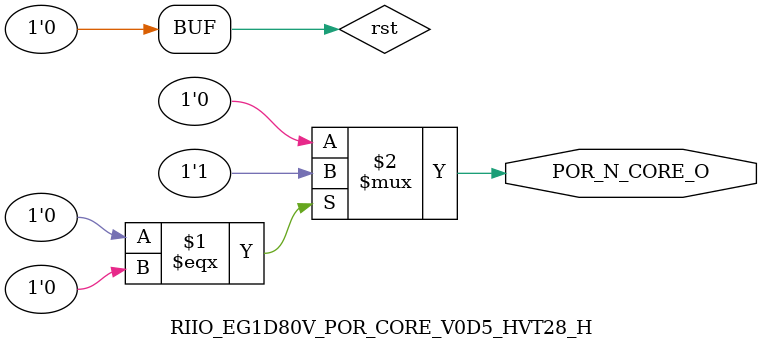
<source format=v>
`timescale 1ns/10ps
`celldefine
module RIIO_EG1D80V_POR_CORE_V0D5_HVT28_H(
	
		  POR_N_CORE_O
	
`ifdef USE_PG_PIN
		, VDDIO
		, VSSIO
		, VDD
		, VSS
		, VDD_POR
		, VSS_POR
`endif// USE_PG_PIN
);

	
	//outputs
output
`ifdef USE_AMS_EXTENSION
`ifdef INCA
    (* integer supplySensitivity = "VDD_POR";
	   integer groundSensitivity = "VSS_POR"; *)
`endif//INCA
`endif//USE_AMS_EXTENSION
  POR_N_CORE_O;



`ifdef USE_PG_PIN
	// supply
inout 
`ifdef USE_AMS_EXTENSION
`ifdef INCA
    (* integer inh_conn_prop_name = "vddio";
       integer inh_conn_def_value = "cds_globals.\\VDDIO! "; *)
`endif//INCA
`endif//USE_AMS_EXTENSION
  VDDIO;
inout 
`ifdef USE_AMS_EXTENSION
`ifdef INCA
    (* integer inh_conn_prop_name = "vssio";
       integer inh_conn_def_value = "cds_globals.\\VSSIO! "; *)
`endif//INCA
`endif//USE_AMS_EXTENSION
  VSSIO;
inout 
`ifdef USE_AMS_EXTENSION
`ifdef INCA
    (* integer inh_conn_prop_name = "vdd";
       integer inh_conn_def_value = "cds_globals.\\VDD! "; *)
`endif//INCA
`endif//USE_AMS_EXTENSION
  VDD;
inout 
`ifdef USE_AMS_EXTENSION
`ifdef INCA
    (* integer inh_conn_prop_name = "vss";
       integer inh_conn_def_value = "cds_globals.\\VSS! "; *)
`endif//INCA
`endif//USE_AMS_EXTENSION
  VSS;

inout 
`ifdef USE_AMS_EXTENSION
`ifdef INCA
    (* integer inh_conn_prop_name = "vdd_por";
       integer inh_conn_def_value = "cds_globals.\\VDD_POR! "; *)
`endif//INCA
`endif//USE_AMS_EXTENSION
  VDD_POR;
inout 
`ifdef USE_AMS_EXTENSION
`ifdef INCA
    (* integer inh_conn_prop_name = "vss_por";
       integer inh_conn_def_value = "cds_globals.\\VSS_POR! "; *)
`endif//INCA
`endif//USE_AMS_EXTENSION
  VSS_POR;
  
`endif// USE_PG_PIN


//////////////////////////////////////////////////////////
//MODEL
//////////////////////////////////////////////////////////

parameter DELAY = 20;

wire rst;
assign #(DELAY) rst = 1'b0;

assign POR_N_CORE_O = (rst===1'b0) ? 1'b1 : 1'b0;

endmodule
`endcelldefine

</source>
